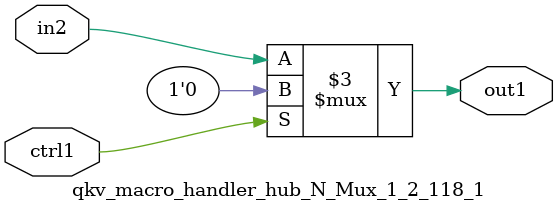
<source format=v>

`timescale 1ps / 1ps


module qkv_macro_handler_hub_N_Mux_1_2_118_1( in2, ctrl1, out1 );

    input in2;
    input ctrl1;
    output out1;
    reg out1;

    
    // rtl_process:qkv_macro_handler_hub_N_Mux_1_2_118_1/qkv_macro_handler_hub_N_Mux_1_2_118_1_thread_1
    always @*
      begin : qkv_macro_handler_hub_N_Mux_1_2_118_1_thread_1
        case (ctrl1) 
          1'b1: 
            begin
              out1 = 1'b0;
            end
          default: 
            begin
              out1 = in2;
            end
        endcase
      end

endmodule



</source>
